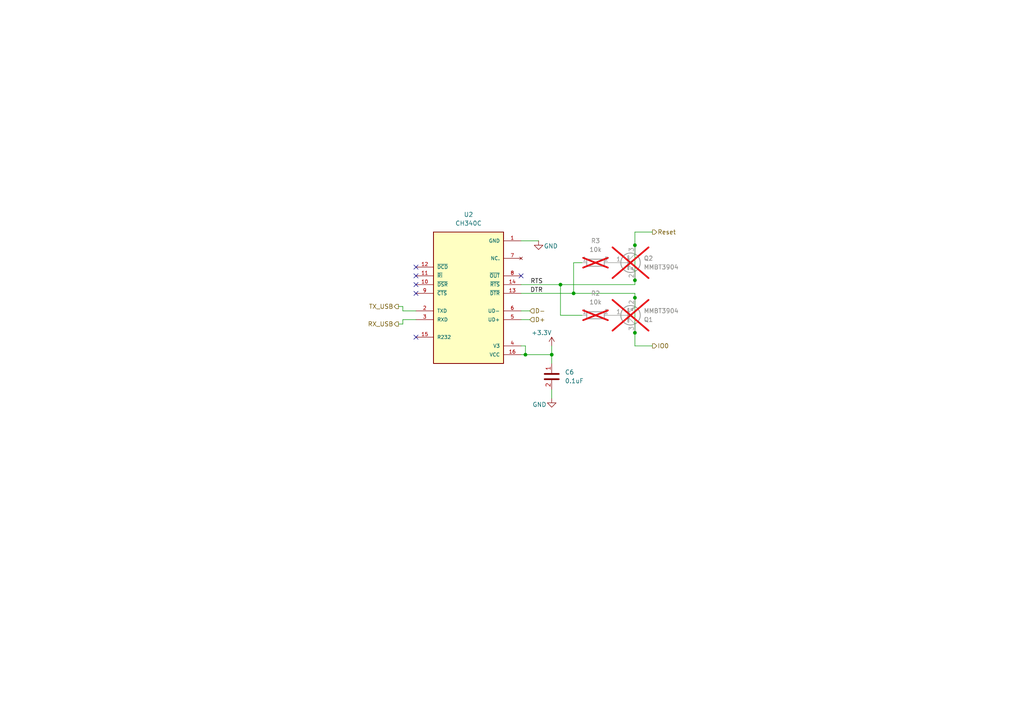
<source format=kicad_sch>
(kicad_sch (version 20231120) (generator "eeschema") (generator_version "8.0")
  (paper "A4")
  (lib_symbols
    (symbol "PVA_board:C"
      (property "Reference" "C" (at 0 0 0))
      (symbol "C_0_1"
        (polyline (pts (xy -0.762 3.048) (xy -0.762 7.112)) (stroke (width 0.508)))
        (polyline (pts (xy 0.762 3.048) (xy 0.762 7.112)) (stroke (width 0.508)))
      )
      (symbol "C_1_1"
        (pin passive line (at -3.81 5.08 0) (length 2.794) (name "~") (number "1"))
        (pin passive line (at 3.81 5.08 180) (length 2.794) (name "~") (number "2"))
      )
    )
    (symbol "PVA_board:CH340C" (pin_names (offset 1.016))
      (property "Reference" "U" (at -10.16 20.955 0))
      (property "Value" "CH340C" (at -10.16 -20.32 0))
      (symbol "CH340C_0_0"
        (rectangle (start -10.16 -17.78) (end 10.16 20.32) (stroke (width 0.254)) (fill (type background)))
        (pin power_in line (at 15.24 -15.24 180) (length 5.08) (name "GND") (number "1"))
        (pin input line (at -15.24 -2.54 0) (length 5.08) (name "~{DSR}") (number "10"))
        (pin input line (at -15.24 -5.08 0) (length 5.08) (name "~{RI}") (number "11"))
        (pin input line (at -15.24 -7.62 0) (length 5.08) (name "~{DCD}") (number "12"))
        (pin output line (at 15.24 0 180) (length 5.08) (name "~{DTR}") (number "13"))
        (pin output line (at 15.24 -2.54 180) (length 5.08) (name "~{RTS}") (number "14"))
        (pin input line (at -15.24 12.7 0) (length 5.08) (name "R232") (number "15"))
        (pin power_in line (at 15.24 17.78 180) (length 5.08) (name "VCC") (number "16"))
        (pin output line (at -15.24 5.08 0) (length 5.08) (name "TXD") (number "2"))
        (pin input line (at -15.24 7.62 0) (length 5.08) (name "RXD") (number "3"))
        (pin power_in line (at 15.24 15.24 180) (length 5.08) (name "V3") (number "4"))
        (pin bidirectional line (at 15.24 7.62 180) (length 5.08) (name "UD+") (number "5"))
        (pin bidirectional line (at 15.24 5.08 180) (length 5.08) (name "UD-") (number "6"))
        (pin no_connect line (at 15.24 -10.16 180) (length 5.08) (name "NC.") (number "7"))
        (pin output line (at 15.24 -5.08 180) (length 5.08) (name "~{OUT}") (number "8"))
        (pin input line (at -15.24 0 0) (length 5.08) (name "~{CTS}") (number "9"))
      )
    )
    (symbol "PVA_board:R"
      (property "Reference" "R" (at 0 0 0))
      (symbol "R_0_1"
        (rectangle (start 2.54 1.524) (end -2.54 3.556) (stroke (width 0.254)))
      )
      (symbol "R_1_1"
        (pin passive line (at -3.81 2.54 0) (length 1.27) (name "~") (number "1"))
        (pin passive line (at 3.81 2.54 180) (length 1.27) (name "~") (number "2"))
      )
    )
    (symbol "Transistor_BJT:MMBT3904" (pin_names (offset 0) hide)
      (property "Reference" "Q" (at 5.08 1.905 0))
      (property "Value" "MMBT3904" (at 5.08 0 0))
      (symbol "MMBT3904_0_1"
        (polyline (pts (xy 0.635 0.635) (xy 2.54 2.54)))
        (polyline (pts (xy 0.635 -0.635) (xy 2.54 -2.54) (xy 2.54 -2.54)))
        (polyline (pts (xy 0.635 1.905) (xy 0.635 -1.905) (xy 0.635 -1.905)) (stroke (width 0.508)))
        (polyline (pts (xy 1.27 -1.778) (xy 1.778 -1.27) (xy 2.286 -2.286) (xy 1.27 -1.778) (xy 1.27 -1.778)) (fill (type outline)))
        (circle (center 1.27 0) (radius 2.8194) (stroke (width 0.254)))
      )
      (symbol "MMBT3904_1_1"
        (pin input line (at -5.08 0 0) (length 5.715) (name "B") (number "1"))
        (pin passive line (at 2.54 -5.08 90) (length 2.54) (name "E") (number "2"))
        (pin passive line (at 2.54 5.08 270) (length 2.54) (name "C") (number "3"))
      )
    )
    (symbol "power:+3.3V" (power) (pin_numbers hide) (pin_names (offset 0) hide)
      (property "Value" "+3.3V" (at 0 3.556 0))
      (symbol "+3.3V_0_1"
        (polyline (pts (xy -0.762 1.27) (xy 0 2.54)))
        (polyline (pts (xy 0 0) (xy 0 2.54)))
        (polyline (pts (xy 0 2.54) (xy 0.762 1.27)))
      )
      (symbol "+3.3V_1_1"
        (pin power_in line (at 0 0 90) (length 0) (name "~") (number "1"))
      )
    )
    (symbol "power:GND" (power) (pin_numbers hide) (pin_names (offset 0) hide)
      (property "Value" "GND" (at 0 -3.81 0))
      (symbol "GND_0_1"
        (polyline (pts (xy 0 0) (xy 0 -1.27) (xy 1.27 -1.27) (xy 0 -2.54) (xy -1.27 -1.27) (xy 0 -1.27)))
      )
      (symbol "GND_1_1"
        (pin power_in line (at 0 0 270) (length 0) (name "~") (number "1"))
      )
    )
  )
  (junction (at 160.02 102.87))
  (junction (at 184.15 96.52))
  (junction (at 184.15 81.28))
  (junction (at 152.4 102.87))
  (junction (at 162.56 82.55))
  (junction (at 184.15 71.12))
  (junction (at 166.37 85.09))
  (junction (at 184.15 86.36))
  (no_connect (at 151.13 80.01))
  (no_connect (at 120.65 77.47))
  (no_connect (at 120.65 82.55))
  (no_connect (at 120.65 85.09))
  (no_connect (at 120.65 80.01))
  (no_connect (at 120.65 97.79))
  (wire (pts (xy 184.15 67.31) (xy 189.23 67.31)))
  (wire (pts (xy 151.13 85.09) (xy 166.37 85.09)))
  (wire (pts (xy 116.84 93.98) (xy 116.84 92.71)))
  (wire (pts (xy 166.37 85.09) (xy 184.15 85.09)))
  (wire (pts (xy 160.02 100.33) (xy 160.02 102.87)))
  (wire (pts (xy 160.02 115.57) (xy 160.02 113.03)))
  (wire (pts (xy 184.15 86.36) (xy 184.15 96.52)))
  (wire (pts (xy 160.02 105.41) (xy 160.02 102.87)))
  (wire (pts (xy 184.15 71.12) (xy 184.15 67.31)))
  (wire (pts (xy 152.4 102.87) (xy 151.13 102.87)))
  (wire (pts (xy 168.91 76.2) (xy 166.37 76.2)))
  (wire (pts (xy 152.4 100.33) (xy 152.4 102.87)))
  (wire (pts (xy 116.84 88.9) (xy 116.84 90.17)))
  (wire (pts (xy 116.84 90.17) (xy 120.65 90.17)))
  (wire (pts (xy 168.91 91.44) (xy 162.56 91.44)))
  (wire (pts (xy 166.37 76.2) (xy 166.37 85.09)))
  (wire (pts (xy 184.15 71.12) (xy 184.15 81.28)))
  (wire (pts (xy 184.15 100.33) (xy 189.23 100.33)))
  (wire (pts (xy 184.15 85.09) (xy 184.15 86.36)))
  (wire (pts (xy 162.56 91.44) (xy 162.56 82.55)))
  (wire (pts (xy 116.84 88.9) (xy 115.57 88.9)))
  (wire (pts (xy 116.84 93.98) (xy 115.57 93.98)))
  (wire (pts (xy 151.13 82.55) (xy 162.56 82.55)))
  (wire (pts (xy 184.15 96.52) (xy 184.15 100.33)))
  (wire (pts (xy 151.13 92.71) (xy 153.67 92.71)))
  (wire (pts (xy 116.84 92.71) (xy 120.65 92.71)))
  (wire (pts (xy 160.02 102.87) (xy 152.4 102.87)))
  (wire (pts (xy 156.21 69.85) (xy 151.13 69.85)))
  (wire (pts (xy 184.15 81.28) (xy 184.15 82.55)))
  (wire (pts (xy 184.15 82.55) (xy 162.56 82.55)))
  (wire (pts (xy 151.13 100.33) (xy 152.4 100.33)))
  (wire (pts (xy 151.13 90.17) (xy 153.67 90.17)))
  (label "RTS" (at 157.48 82.55 180))
  (label "DTR" (at 157.48 85.09 180))
  (hierarchical_label "D+" (shape input) (at 153.67 92.71 0))
  (hierarchical_label "TX_USB" (shape output) (at 115.57 88.9 180))
  (hierarchical_label "IO0" (shape output) (at 189.23 100.33 0))
  (hierarchical_label "RX_USB" (shape output) (at 115.57 93.98 180))
  (hierarchical_label "D-" (shape input) (at 153.67 90.17 0))
  (hierarchical_label "Reset" (shape output) (at 189.23 67.31 0))
  (symbol (lib_id "PVA_board:R") (at 172.72 93.98 0) (unit 1) (on_board no) (dnp yes)
    (property "Reference" "R2" (at 172.72 85.09 0))
    (property "Value" "10k" (at 172.72 87.63 0))
    (property "Footprint" "PVA_board:R-0805" (effects (hide yes)))
  )
  (symbol (lib_id "power:+3.3V") (at 160.02 100.33 0) (mirror y) (unit 1)
    (property "Reference" "#PWR016" (effects (hide yes)))
    (property "Value" "+3.3V" (at 160.0199 96.52 0) (effects (justify left)))
    (property "Description" "Power symbol creates a global label with name \"+3.3V\"" (effects (hide yes)))
  )
  (symbol (lib_id "power:GND") (at 160.02 115.57 0) (mirror y) (unit 1)
    (property "Reference" "#PWR017" (effects (hide yes)))
    (property "Value" "GND" (at 156.464 117.348 0))
    (property "Description" "Power symbol creates a global label with name \"GND\" , ground" (effects (hide yes)))
  )
  (symbol (lib_id "PVA_board:CH340C") (at 135.89 85.09 0) (mirror x) (unit 1)
    (property "Reference" "U2" (at 135.89 62.23 0))
    (property "Value" "CH340C" (at 135.89 64.77 0))
    (property "Footprint" "PVA_board:CH430C_SOP16" (effects (hide yes)))
    (property "MF" "WCH" (effects (hide yes)))
    (property "MAXIMUM_PACKAGE_HEIGHT" "1.8 mm" (effects (hide yes)))
    (property "Package" "None" (effects (hide yes)))
    (property "Price" "None" (effects (hide yes)))
    (property "Check_prices" "https://www.snapeda.com/parts/CH340C/WCH/view-part/?ref=eda" (effects (hide yes)))
    (property "STANDARD" "IPC 7351B" (effects (hide yes)))
    (property "PARTREV" "2G" (effects (hide yes)))
    (property "SnapEDA_Link" "https://www.snapeda.com/parts/CH340C/WCH/view-part/?ref=snap" (effects (hide yes)))
    (property "MP" "CH340C" (effects (hide yes)))
    (property "Description_1" "\n                        \n                            USB to serial chip CH340\n                        \n" (effects (hide yes)))
    (property "Availability" "Not in stock" (effects (hide yes)))
    (property "MANUFACTURER" "WCH" (effects (hide yes)))
  )
  (symbol (lib_id "power:GND") (at 156.21 69.85 0) (mirror y) (unit 1)
    (property "Reference" "#PWR015" (effects (hide yes)))
    (property "Value" "GND" (at 159.766 71.374 0))
    (property "Description" "Power symbol creates a global label with name \"GND\" , ground" (effects (hide yes)))
  )
  (symbol (lib_id "PVA_board:C") (at 165.1 109.22 90) (mirror x) (unit 1)
    (property "Reference" "C6" (at 163.83 107.9499 90) (effects (justify right)))
    (property "Value" "0.1uF" (at 163.83 110.4899 90) (effects (justify right)))
    (property "Footprint" "PVA_board:C-0805" (effects (hide yes)))
  )
  (symbol (lib_id "PVA_board:R") (at 172.72 78.74 0) (unit 1) (on_board no) (dnp yes)
    (property "Reference" "R3" (at 172.72 69.85 0))
    (property "Value" "10k" (at 172.72 72.39 0))
    (property "Footprint" "PVA_board:R-0805" (effects (hide yes)))
  )
  (symbol (lib_id "Transistor_BJT:MMBT3904") (at 181.61 76.2 0) (unit 1) (on_board no) (dnp yes)
    (property "Reference" "Q2" (at 186.69 74.9299 0) (effects (justify left)))
    (property "Value" "MMBT3904" (at 186.69 77.4699 0) (effects (justify left)))
    (property "Footprint" "PVA_board:SOT-23" (effects (hide yes)))
    (property "Datasheet" "https://www.onsemi.com/pdf/datasheet/pzt3904-d.pdf" (effects (hide yes)))
    (property "Description" "0.2A Ic, 40V Vce, Small Signal NPN Transistor, SOT-23" (effects (hide yes)))
  )
  (symbol (lib_id "Transistor_BJT:MMBT3904") (at 181.61 91.44 0) (mirror x) (unit 1) (on_board no) (dnp yes)
    (property "Reference" "Q1" (at 186.69 92.7101 0) (effects (justify left)))
    (property "Value" "MMBT3904" (at 186.69 90.1701 0) (effects (justify left)))
    (property "Footprint" "PVA_board:SOT-23" (effects (hide yes)))
    (property "Datasheet" "https://www.onsemi.com/pdf/datasheet/pzt3904-d.pdf" (effects (hide yes)))
    (property "Description" "0.2A Ic, 40V Vce, Small Signal NPN Transistor, SOT-23" (effects (hide yes)))
  )
)
</source>
